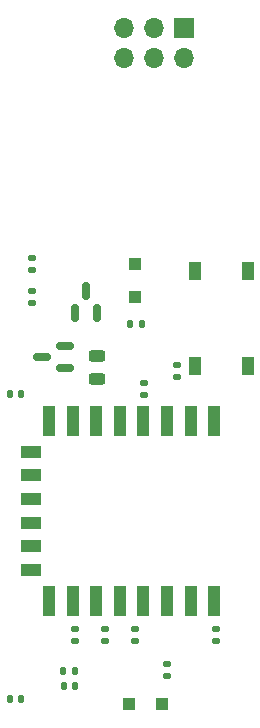
<source format=gbr>
%TF.GenerationSoftware,KiCad,Pcbnew,7.0.2*%
%TF.CreationDate,2023-05-10T22:13:46+02:00*%
%TF.ProjectId,ESPlant-Board,4553506c-616e-4742-9d42-6f6172642e6b,rev?*%
%TF.SameCoordinates,PX76c48e7PY1665c4c*%
%TF.FileFunction,Soldermask,Top*%
%TF.FilePolarity,Negative*%
%FSLAX46Y46*%
G04 Gerber Fmt 4.6, Leading zero omitted, Abs format (unit mm)*
G04 Created by KiCad (PCBNEW 7.0.2) date 2023-05-10 22:13:46*
%MOMM*%
%LPD*%
G01*
G04 APERTURE LIST*
G04 Aperture macros list*
%AMRoundRect*
0 Rectangle with rounded corners*
0 $1 Rounding radius*
0 $2 $3 $4 $5 $6 $7 $8 $9 X,Y pos of 4 corners*
0 Add a 4 corners polygon primitive as box body*
4,1,4,$2,$3,$4,$5,$6,$7,$8,$9,$2,$3,0*
0 Add four circle primitives for the rounded corners*
1,1,$1+$1,$2,$3*
1,1,$1+$1,$4,$5*
1,1,$1+$1,$6,$7*
1,1,$1+$1,$8,$9*
0 Add four rect primitives between the rounded corners*
20,1,$1+$1,$2,$3,$4,$5,0*
20,1,$1+$1,$4,$5,$6,$7,0*
20,1,$1+$1,$6,$7,$8,$9,0*
20,1,$1+$1,$8,$9,$2,$3,0*%
G04 Aperture macros list end*
%ADD10R,1.000000X1.500000*%
%ADD11R,1.000000X2.500000*%
%ADD12R,1.800000X1.000000*%
%ADD13RoundRect,0.135000X-0.185000X0.135000X-0.185000X-0.135000X0.185000X-0.135000X0.185000X0.135000X0*%
%ADD14RoundRect,0.135000X0.135000X0.185000X-0.135000X0.185000X-0.135000X-0.185000X0.135000X-0.185000X0*%
%ADD15RoundRect,0.135000X0.185000X-0.135000X0.185000X0.135000X-0.185000X0.135000X-0.185000X-0.135000X0*%
%ADD16RoundRect,0.150000X0.587500X0.150000X-0.587500X0.150000X-0.587500X-0.150000X0.587500X-0.150000X0*%
%ADD17RoundRect,0.150000X0.150000X-0.587500X0.150000X0.587500X-0.150000X0.587500X-0.150000X-0.587500X0*%
%ADD18R,1.700000X1.700000*%
%ADD19O,1.700000X1.700000*%
%ADD20RoundRect,0.243750X-0.456250X0.243750X-0.456250X-0.243750X0.456250X-0.243750X0.456250X0.243750X0*%
%ADD21RoundRect,0.250000X-0.300000X0.300000X-0.300000X-0.300000X0.300000X-0.300000X0.300000X0.300000X0*%
%ADD22RoundRect,0.250000X-0.300000X-0.300000X0.300000X-0.300000X0.300000X0.300000X-0.300000X0.300000X0*%
%ADD23RoundRect,0.140000X0.170000X-0.140000X0.170000X0.140000X-0.170000X0.140000X-0.170000X-0.140000X0*%
%ADD24RoundRect,0.140000X0.140000X0.170000X-0.140000X0.170000X-0.140000X-0.170000X0.140000X-0.170000X0*%
%ADD25RoundRect,0.140000X-0.140000X-0.170000X0.140000X-0.170000X0.140000X0.170000X-0.140000X0.170000X0*%
G04 APERTURE END LIST*
D10*
%TO.C,SW1*%
X18153001Y-32060000D03*
X18153001Y-24060000D03*
X22652873Y-32060000D03*
X22652873Y-24060000D03*
%TD*%
D11*
%TO.C,U1*%
X19762937Y-36744968D03*
X17762937Y-36744968D03*
X15762937Y-36744968D03*
X13762937Y-36744968D03*
X11762937Y-36744968D03*
X9762937Y-36744968D03*
X7762937Y-36744968D03*
X5762937Y-36744968D03*
D12*
X4262937Y-39344968D03*
X4262937Y-41344968D03*
X4262937Y-43344968D03*
X4262937Y-45344968D03*
X4262937Y-47344968D03*
X4262937Y-49344968D03*
D11*
X5762937Y-51944968D03*
X7762937Y-51944968D03*
X9762937Y-51944968D03*
X11762937Y-51944968D03*
X13762937Y-51944968D03*
X15762937Y-51944968D03*
X17762937Y-51944968D03*
X19762937Y-51944968D03*
%TD*%
D13*
%TO.C,R10*%
X4302937Y-25760000D03*
X4302937Y-26780000D03*
%TD*%
D14*
%TO.C,R9*%
X13602937Y-28520000D03*
X12582937Y-28520000D03*
%TD*%
D15*
%TO.C,R8*%
X15722937Y-57344484D03*
X15722937Y-58364484D03*
%TD*%
D14*
%TO.C,R7*%
X6987937Y-57884000D03*
X8007937Y-57884000D03*
%TD*%
D15*
%TO.C,R6*%
X19942937Y-55344000D03*
X19942937Y-54324000D03*
%TD*%
D13*
%TO.C,R5*%
X7982937Y-55350000D03*
X7982937Y-54330000D03*
%TD*%
D15*
%TO.C,R4*%
X13066937Y-54328000D03*
X13066937Y-55348000D03*
%TD*%
%TO.C,R3*%
X10526937Y-54328000D03*
X10526937Y-55348000D03*
%TD*%
D13*
%TO.C,R2*%
X16622937Y-31972000D03*
X16622937Y-32992000D03*
%TD*%
%TO.C,R1*%
X13828937Y-33530000D03*
X13828937Y-34550000D03*
%TD*%
D16*
%TO.C,Q2*%
X7080437Y-32260000D03*
X7080437Y-30360000D03*
X5205437Y-31310000D03*
%TD*%
D17*
%TO.C,Q1*%
X7952937Y-27635000D03*
X9852937Y-27635000D03*
X8902937Y-25760000D03*
%TD*%
D18*
%TO.C,J2*%
X17182937Y-3440000D03*
D19*
X17182937Y-5980000D03*
X14642937Y-3440000D03*
X14642937Y-5980000D03*
X12102937Y-3440000D03*
X12102937Y-5980000D03*
%TD*%
D20*
%TO.C,D4*%
X9822937Y-31280000D03*
X9822937Y-33155000D03*
%TD*%
D21*
%TO.C,D3*%
X13042937Y-23440000D03*
X13042937Y-26240000D03*
%TD*%
D22*
%TO.C,D2*%
X15312937Y-60720000D03*
X12512937Y-60720000D03*
%TD*%
D23*
%TO.C,C5*%
X4302937Y-23940000D03*
X4302937Y-22980000D03*
%TD*%
D24*
%TO.C,C3*%
X7037937Y-59154000D03*
X7997937Y-59154000D03*
%TD*%
%TO.C,C2*%
X3382937Y-60260000D03*
X2422937Y-60260000D03*
%TD*%
D25*
%TO.C,C1*%
X2462937Y-34500000D03*
X3422937Y-34500000D03*
%TD*%
M02*

</source>
